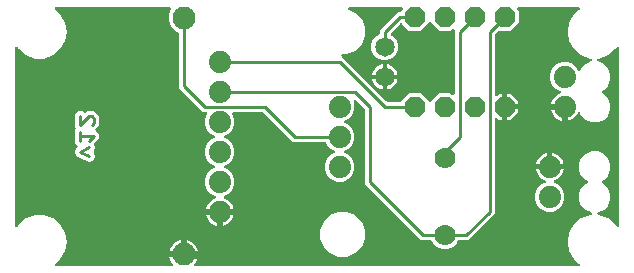
<source format=gbr>
G04 EAGLE Gerber RS-274X export*
G75*
%MOMM*%
%FSLAX34Y34*%
%LPD*%
%INBottom Copper*%
%IPPOS*%
%AMOC8*
5,1,8,0,0,1.08239X$1,22.5*%
G01*
%ADD10C,0.279400*%
%ADD11C,1.651000*%
%ADD12P,1.869504X8X22.500000*%
%ADD13C,1.879600*%
%ADD14C,1.778000*%
%ADD15C,1.950000*%
%ADD16C,0.254000*%

G36*
X137459Y4590D02*
X137459Y4590D01*
X137598Y4603D01*
X137617Y4610D01*
X137637Y4613D01*
X137766Y4664D01*
X137897Y4711D01*
X137914Y4722D01*
X137933Y4730D01*
X138045Y4811D01*
X138160Y4889D01*
X138173Y4905D01*
X138190Y4916D01*
X138279Y5024D01*
X138371Y5128D01*
X138380Y5146D01*
X138393Y5161D01*
X138452Y5287D01*
X138515Y5411D01*
X138520Y5431D01*
X138528Y5449D01*
X138554Y5585D01*
X138585Y5721D01*
X138584Y5742D01*
X138588Y5761D01*
X138579Y5900D01*
X138575Y6039D01*
X138570Y6059D01*
X138568Y6079D01*
X138525Y6211D01*
X138487Y6345D01*
X138476Y6362D01*
X138470Y6381D01*
X138396Y6499D01*
X138325Y6619D01*
X138307Y6640D01*
X138300Y6650D01*
X138285Y6664D01*
X138219Y6740D01*
X137945Y7013D01*
X136808Y8578D01*
X135930Y10302D01*
X135332Y12142D01*
X135278Y12481D01*
X146050Y12481D01*
X146168Y12496D01*
X146287Y12503D01*
X146325Y12516D01*
X146365Y12521D01*
X146476Y12564D01*
X146589Y12601D01*
X146623Y12623D01*
X146661Y12638D01*
X146757Y12708D01*
X146858Y12771D01*
X146886Y12801D01*
X146918Y12824D01*
X146994Y12916D01*
X147076Y13003D01*
X147095Y13038D01*
X147121Y13069D01*
X147172Y13177D01*
X147229Y13281D01*
X147240Y13321D01*
X147257Y13357D01*
X147279Y13474D01*
X147309Y13589D01*
X147313Y13650D01*
X147317Y13670D01*
X147315Y13690D01*
X147319Y13750D01*
X147319Y15021D01*
X147321Y15021D01*
X147321Y13750D01*
X147336Y13632D01*
X147343Y13513D01*
X147356Y13475D01*
X147361Y13434D01*
X147405Y13324D01*
X147441Y13211D01*
X147463Y13176D01*
X147478Y13139D01*
X147548Y13043D01*
X147611Y12942D01*
X147641Y12914D01*
X147665Y12881D01*
X147756Y12806D01*
X147843Y12724D01*
X147878Y12704D01*
X147910Y12679D01*
X148017Y12628D01*
X148122Y12570D01*
X148161Y12560D01*
X148197Y12543D01*
X148314Y12521D01*
X148429Y12491D01*
X148490Y12487D01*
X148510Y12483D01*
X148530Y12485D01*
X148590Y12481D01*
X159362Y12481D01*
X159308Y12142D01*
X158710Y10302D01*
X157832Y8578D01*
X156695Y7013D01*
X156421Y6740D01*
X156336Y6630D01*
X156247Y6523D01*
X156239Y6504D01*
X156226Y6488D01*
X156171Y6360D01*
X156112Y6235D01*
X156108Y6215D01*
X156100Y6196D01*
X156078Y6059D01*
X156052Y5922D01*
X156053Y5902D01*
X156050Y5882D01*
X156063Y5744D01*
X156072Y5605D01*
X156078Y5586D01*
X156080Y5566D01*
X156127Y5434D01*
X156170Y5303D01*
X156181Y5285D01*
X156187Y5266D01*
X156266Y5151D01*
X156340Y5034D01*
X156355Y5020D01*
X156366Y5003D01*
X156470Y4911D01*
X156572Y4816D01*
X156589Y4806D01*
X156604Y4793D01*
X156729Y4729D01*
X156850Y4662D01*
X156870Y4657D01*
X156888Y4648D01*
X157024Y4618D01*
X157158Y4583D01*
X157186Y4581D01*
X157198Y4578D01*
X157218Y4579D01*
X157319Y4573D01*
X481464Y4573D01*
X481499Y4577D01*
X481534Y4575D01*
X481656Y4597D01*
X481779Y4613D01*
X481812Y4626D01*
X481847Y4632D01*
X481960Y4684D01*
X482075Y4730D01*
X482104Y4750D01*
X482136Y4765D01*
X482232Y4844D01*
X482332Y4916D01*
X482355Y4944D01*
X482383Y4966D01*
X482456Y5066D01*
X482535Y5161D01*
X482550Y5193D01*
X482571Y5222D01*
X482618Y5337D01*
X482671Y5449D01*
X482677Y5484D01*
X482691Y5517D01*
X482707Y5640D01*
X482731Y5761D01*
X482728Y5797D01*
X482733Y5832D01*
X482719Y5955D01*
X482711Y6079D01*
X482700Y6113D01*
X482696Y6148D01*
X482651Y6264D01*
X482613Y6381D01*
X482594Y6411D01*
X482581Y6444D01*
X482509Y6545D01*
X482443Y6650D01*
X482417Y6674D01*
X482396Y6703D01*
X482280Y6814D01*
X477715Y10644D01*
X473729Y17549D01*
X472345Y25400D01*
X473729Y33251D01*
X477715Y40155D01*
X483822Y45280D01*
X491314Y48007D01*
X491807Y48007D01*
X491876Y48015D01*
X491946Y48014D01*
X492034Y48035D01*
X492123Y48047D01*
X492188Y48072D01*
X492255Y48089D01*
X492335Y48131D01*
X492418Y48164D01*
X492475Y48205D01*
X492536Y48237D01*
X492603Y48298D01*
X492676Y48350D01*
X492720Y48404D01*
X492772Y48451D01*
X492821Y48526D01*
X492878Y48595D01*
X492908Y48659D01*
X492947Y48717D01*
X492976Y48802D01*
X493014Y48883D01*
X493027Y48952D01*
X493050Y49018D01*
X493057Y49107D01*
X493074Y49195D01*
X493069Y49265D01*
X493075Y49335D01*
X493060Y49423D01*
X493054Y49513D01*
X493033Y49579D01*
X493021Y49648D01*
X492984Y49730D01*
X492956Y49815D01*
X492919Y49874D01*
X492890Y49938D01*
X492834Y50008D01*
X492786Y50084D01*
X492735Y50132D01*
X492691Y50186D01*
X492620Y50241D01*
X492554Y50302D01*
X492493Y50336D01*
X492437Y50378D01*
X492293Y50449D01*
X487818Y52302D01*
X484102Y56018D01*
X482091Y60873D01*
X482091Y66127D01*
X484102Y70982D01*
X487818Y74698D01*
X488613Y75027D01*
X488734Y75096D01*
X488857Y75161D01*
X488872Y75175D01*
X488890Y75185D01*
X488990Y75282D01*
X489092Y75375D01*
X489104Y75392D01*
X489118Y75406D01*
X489191Y75525D01*
X489267Y75641D01*
X489274Y75660D01*
X489284Y75677D01*
X489325Y75810D01*
X489370Y75942D01*
X489372Y75962D01*
X489378Y75981D01*
X489385Y76120D01*
X489396Y76259D01*
X489392Y76279D01*
X489393Y76299D01*
X489365Y76435D01*
X489341Y76572D01*
X489333Y76591D01*
X489329Y76610D01*
X489268Y76735D01*
X489211Y76862D01*
X489198Y76878D01*
X489189Y76896D01*
X489099Y77002D01*
X489012Y77110D01*
X488996Y77123D01*
X488983Y77138D01*
X488869Y77218D01*
X488758Y77302D01*
X488733Y77314D01*
X488723Y77321D01*
X488704Y77328D01*
X488613Y77373D01*
X487818Y77702D01*
X484102Y81418D01*
X482091Y86273D01*
X482091Y91527D01*
X484102Y96382D01*
X487818Y100098D01*
X492673Y102109D01*
X497927Y102109D01*
X502782Y100098D01*
X506498Y96382D01*
X508509Y91527D01*
X508509Y86273D01*
X506498Y81418D01*
X502782Y77702D01*
X501987Y77373D01*
X501866Y77304D01*
X501743Y77239D01*
X501728Y77225D01*
X501710Y77215D01*
X501610Y77118D01*
X501508Y77025D01*
X501496Y77008D01*
X501482Y76994D01*
X501409Y76875D01*
X501333Y76759D01*
X501326Y76740D01*
X501316Y76723D01*
X501275Y76590D01*
X501230Y76458D01*
X501228Y76438D01*
X501222Y76419D01*
X501215Y76280D01*
X501204Y76141D01*
X501208Y76121D01*
X501207Y76101D01*
X501235Y75965D01*
X501259Y75828D01*
X501267Y75810D01*
X501271Y75790D01*
X501332Y75664D01*
X501389Y75538D01*
X501402Y75522D01*
X501411Y75504D01*
X501502Y75398D01*
X501588Y75290D01*
X501604Y75277D01*
X501617Y75262D01*
X501732Y75181D01*
X501842Y75098D01*
X501867Y75086D01*
X501877Y75079D01*
X501897Y75072D01*
X501987Y75027D01*
X502782Y74698D01*
X506498Y70982D01*
X508509Y66127D01*
X508509Y60873D01*
X506498Y56018D01*
X502782Y52302D01*
X498307Y50449D01*
X498247Y50414D01*
X498182Y50388D01*
X498109Y50336D01*
X498031Y50291D01*
X497981Y50243D01*
X497924Y50202D01*
X497867Y50132D01*
X497803Y50070D01*
X497766Y50010D01*
X497722Y49957D01*
X497683Y49875D01*
X497636Y49799D01*
X497616Y49732D01*
X497586Y49669D01*
X497569Y49581D01*
X497543Y49495D01*
X497539Y49425D01*
X497526Y49356D01*
X497532Y49267D01*
X497528Y49177D01*
X497542Y49109D01*
X497546Y49039D01*
X497574Y48954D01*
X497592Y48866D01*
X497623Y48803D01*
X497644Y48737D01*
X497692Y48661D01*
X497732Y48580D01*
X497777Y48527D01*
X497814Y48468D01*
X497880Y48406D01*
X497938Y48338D01*
X497995Y48298D01*
X498046Y48250D01*
X498124Y48207D01*
X498198Y48155D01*
X498263Y48130D01*
X498324Y48096D01*
X498411Y48074D01*
X498495Y48042D01*
X498565Y48034D01*
X498632Y48017D01*
X498793Y48007D01*
X499286Y48007D01*
X506778Y45280D01*
X512885Y40156D01*
X513759Y38642D01*
X513847Y38526D01*
X513932Y38408D01*
X513943Y38399D01*
X513951Y38389D01*
X514065Y38298D01*
X514177Y38205D01*
X514190Y38199D01*
X514200Y38191D01*
X514334Y38131D01*
X514465Y38070D01*
X514478Y38067D01*
X514491Y38061D01*
X514635Y38037D01*
X514778Y38010D01*
X514791Y38011D01*
X514804Y38008D01*
X514950Y38021D01*
X515095Y38030D01*
X515108Y38034D01*
X515121Y38035D01*
X515259Y38083D01*
X515397Y38128D01*
X515409Y38135D01*
X515422Y38139D01*
X515543Y38220D01*
X515666Y38298D01*
X515675Y38308D01*
X515687Y38315D01*
X515784Y38423D01*
X515884Y38529D01*
X515891Y38541D01*
X515900Y38551D01*
X515967Y38680D01*
X516038Y38808D01*
X516041Y38821D01*
X516047Y38833D01*
X516081Y38975D01*
X516117Y39116D01*
X516118Y39134D01*
X516120Y39142D01*
X516120Y39160D01*
X516127Y39276D01*
X516127Y189324D01*
X516109Y189468D01*
X516094Y189613D01*
X516089Y189626D01*
X516087Y189639D01*
X516034Y189774D01*
X515983Y189911D01*
X515975Y189922D01*
X515970Y189935D01*
X515885Y190052D01*
X515802Y190172D01*
X515791Y190181D01*
X515784Y190192D01*
X515672Y190285D01*
X515561Y190380D01*
X515549Y190386D01*
X515539Y190395D01*
X515407Y190457D01*
X515276Y190522D01*
X515263Y190525D01*
X515251Y190530D01*
X515108Y190558D01*
X514965Y190588D01*
X514952Y190588D01*
X514939Y190590D01*
X514794Y190581D01*
X514648Y190575D01*
X514634Y190571D01*
X514621Y190570D01*
X514483Y190526D01*
X514343Y190484D01*
X514331Y190477D01*
X514319Y190472D01*
X514196Y190395D01*
X514071Y190319D01*
X514061Y190310D01*
X514050Y190302D01*
X513950Y190196D01*
X513848Y190092D01*
X513838Y190077D01*
X513832Y190071D01*
X513824Y190056D01*
X513759Y189958D01*
X512885Y188445D01*
X506778Y183320D01*
X499286Y180593D01*
X498793Y180593D01*
X498724Y180585D01*
X498654Y180586D01*
X498566Y180565D01*
X498477Y180553D01*
X498412Y180528D01*
X498345Y180511D01*
X498265Y180469D01*
X498182Y180436D01*
X498125Y180395D01*
X498064Y180363D01*
X497997Y180302D01*
X497924Y180250D01*
X497880Y180196D01*
X497828Y180149D01*
X497779Y180074D01*
X497722Y180005D01*
X497692Y179941D01*
X497653Y179883D01*
X497624Y179798D01*
X497586Y179717D01*
X497573Y179648D01*
X497550Y179582D01*
X497543Y179493D01*
X497526Y179405D01*
X497531Y179335D01*
X497525Y179265D01*
X497540Y179177D01*
X497546Y179087D01*
X497567Y179021D01*
X497579Y178952D01*
X497616Y178870D01*
X497644Y178785D01*
X497681Y178726D01*
X497710Y178662D01*
X497766Y178592D01*
X497814Y178516D01*
X497865Y178468D01*
X497909Y178414D01*
X497980Y178359D01*
X498046Y178298D01*
X498107Y178264D01*
X498163Y178222D01*
X498307Y178151D01*
X502782Y176298D01*
X506498Y172582D01*
X508509Y167727D01*
X508509Y162473D01*
X506498Y157618D01*
X502782Y153902D01*
X501987Y153573D01*
X501866Y153504D01*
X501743Y153439D01*
X501728Y153425D01*
X501710Y153415D01*
X501610Y153318D01*
X501508Y153225D01*
X501496Y153208D01*
X501482Y153194D01*
X501409Y153075D01*
X501333Y152959D01*
X501326Y152940D01*
X501316Y152923D01*
X501275Y152790D01*
X501230Y152658D01*
X501228Y152638D01*
X501222Y152619D01*
X501215Y152480D01*
X501204Y152341D01*
X501208Y152321D01*
X501207Y152301D01*
X501235Y152165D01*
X501259Y152028D01*
X501267Y152009D01*
X501271Y151990D01*
X501332Y151865D01*
X501389Y151738D01*
X501402Y151722D01*
X501411Y151704D01*
X501501Y151598D01*
X501588Y151490D01*
X501604Y151477D01*
X501617Y151462D01*
X501731Y151382D01*
X501842Y151298D01*
X501867Y151286D01*
X501877Y151279D01*
X501896Y151272D01*
X501987Y151227D01*
X502782Y150898D01*
X506498Y147182D01*
X508509Y142327D01*
X508509Y137073D01*
X506498Y132218D01*
X502782Y128502D01*
X497927Y126491D01*
X492673Y126491D01*
X487818Y128502D01*
X484102Y132218D01*
X483086Y134671D01*
X483042Y134748D01*
X483006Y134831D01*
X482963Y134886D01*
X482929Y134947D01*
X482866Y135011D01*
X482812Y135082D01*
X482756Y135125D01*
X482707Y135175D01*
X482631Y135222D01*
X482560Y135277D01*
X482496Y135305D01*
X482436Y135342D01*
X482351Y135368D01*
X482269Y135403D01*
X482199Y135415D01*
X482132Y135435D01*
X482043Y135439D01*
X481955Y135453D01*
X481885Y135447D01*
X481815Y135450D01*
X481727Y135432D01*
X481638Y135424D01*
X481572Y135400D01*
X481503Y135386D01*
X481423Y135347D01*
X481339Y135316D01*
X481281Y135277D01*
X481218Y135246D01*
X481149Y135188D01*
X481075Y135138D01*
X481029Y135085D01*
X480976Y135040D01*
X480924Y134967D01*
X480865Y134900D01*
X480801Y134792D01*
X480792Y134780D01*
X480790Y134773D01*
X480783Y134761D01*
X480111Y133443D01*
X479006Y131922D01*
X477678Y130594D01*
X476157Y129489D01*
X474483Y128636D01*
X472696Y128055D01*
X472439Y128015D01*
X472439Y138430D01*
X472424Y138548D01*
X472417Y138667D01*
X472404Y138705D01*
X472399Y138745D01*
X472356Y138856D01*
X472319Y138969D01*
X472297Y139003D01*
X472282Y139041D01*
X472212Y139137D01*
X472149Y139238D01*
X472119Y139266D01*
X472095Y139298D01*
X472004Y139374D01*
X471917Y139456D01*
X471882Y139475D01*
X471851Y139501D01*
X471743Y139552D01*
X471639Y139609D01*
X471599Y139620D01*
X471563Y139637D01*
X471446Y139659D01*
X471331Y139689D01*
X471270Y139693D01*
X471250Y139697D01*
X471230Y139695D01*
X471170Y139699D01*
X469899Y139699D01*
X469899Y140970D01*
X469884Y141088D01*
X469877Y141207D01*
X469864Y141245D01*
X469859Y141285D01*
X469815Y141396D01*
X469779Y141509D01*
X469757Y141544D01*
X469742Y141581D01*
X469672Y141677D01*
X469609Y141778D01*
X469579Y141806D01*
X469555Y141839D01*
X469464Y141914D01*
X469377Y141996D01*
X469342Y142016D01*
X469310Y142041D01*
X469203Y142092D01*
X469098Y142150D01*
X469059Y142160D01*
X469023Y142177D01*
X468906Y142199D01*
X468791Y142229D01*
X468730Y142233D01*
X468710Y142237D01*
X468690Y142235D01*
X468630Y142239D01*
X458215Y142239D01*
X458255Y142496D01*
X458836Y144283D01*
X459689Y145957D01*
X460794Y147478D01*
X462122Y148806D01*
X463643Y149911D01*
X465317Y150764D01*
X465782Y150915D01*
X465809Y150928D01*
X465838Y150935D01*
X465952Y150995D01*
X466070Y151050D01*
X466093Y151069D01*
X466119Y151083D01*
X466215Y151170D01*
X466315Y151253D01*
X466332Y151277D01*
X466354Y151297D01*
X466426Y151406D01*
X466502Y151510D01*
X466513Y151538D01*
X466529Y151563D01*
X466571Y151686D01*
X466619Y151806D01*
X466623Y151836D01*
X466632Y151864D01*
X466643Y151993D01*
X466659Y152121D01*
X466655Y152151D01*
X466658Y152181D01*
X466635Y152309D01*
X466619Y152437D01*
X466608Y152465D01*
X466603Y152494D01*
X466550Y152612D01*
X466502Y152733D01*
X466485Y152757D01*
X466473Y152784D01*
X466392Y152885D01*
X466316Y152990D01*
X466293Y153009D01*
X466274Y153033D01*
X466170Y153111D01*
X466071Y153193D01*
X466044Y153206D01*
X466020Y153224D01*
X465875Y153295D01*
X462850Y154548D01*
X459348Y158050D01*
X457453Y162624D01*
X457453Y167576D01*
X459348Y172150D01*
X462850Y175652D01*
X467424Y177547D01*
X472376Y177547D01*
X476950Y175652D01*
X480452Y172150D01*
X481015Y170791D01*
X481084Y170670D01*
X481149Y170547D01*
X481163Y170532D01*
X481173Y170515D01*
X481269Y170415D01*
X481363Y170312D01*
X481380Y170301D01*
X481394Y170286D01*
X481512Y170214D01*
X481629Y170137D01*
X481648Y170131D01*
X481665Y170120D01*
X481798Y170079D01*
X481929Y170034D01*
X481950Y170032D01*
X481969Y170026D01*
X482108Y170020D01*
X482246Y170009D01*
X482266Y170012D01*
X482287Y170011D01*
X482423Y170039D01*
X482560Y170063D01*
X482578Y170071D01*
X482598Y170076D01*
X482723Y170137D01*
X482850Y170194D01*
X482865Y170206D01*
X482884Y170215D01*
X482989Y170305D01*
X483098Y170392D01*
X483110Y170409D01*
X483126Y170422D01*
X483206Y170535D01*
X483289Y170646D01*
X483302Y170672D01*
X483309Y170682D01*
X483316Y170701D01*
X483360Y170791D01*
X484102Y172582D01*
X487818Y176298D01*
X492293Y178151D01*
X492353Y178186D01*
X492418Y178212D01*
X492491Y178264D01*
X492569Y178309D01*
X492619Y178357D01*
X492676Y178398D01*
X492733Y178468D01*
X492797Y178530D01*
X492834Y178590D01*
X492878Y178643D01*
X492917Y178725D01*
X492964Y178801D01*
X492984Y178868D01*
X493014Y178931D01*
X493031Y179019D01*
X493057Y179105D01*
X493061Y179175D01*
X493074Y179244D01*
X493068Y179333D01*
X493072Y179423D01*
X493058Y179491D01*
X493054Y179561D01*
X493026Y179646D01*
X493008Y179734D01*
X492977Y179797D01*
X492956Y179863D01*
X492908Y179939D01*
X492868Y180020D01*
X492823Y180073D01*
X492786Y180132D01*
X492720Y180194D01*
X492662Y180262D01*
X492605Y180302D01*
X492554Y180350D01*
X492476Y180393D01*
X492402Y180445D01*
X492337Y180470D01*
X492276Y180504D01*
X492189Y180526D01*
X492105Y180558D01*
X492035Y180566D01*
X491968Y180583D01*
X491807Y180593D01*
X491314Y180593D01*
X483822Y183320D01*
X477715Y188444D01*
X473729Y195349D01*
X472345Y203200D01*
X473729Y211051D01*
X477715Y217955D01*
X482280Y221786D01*
X482304Y221812D01*
X482332Y221832D01*
X482412Y221928D01*
X482496Y222019D01*
X482513Y222050D01*
X482535Y222077D01*
X482588Y222190D01*
X482647Y222299D01*
X482656Y222333D01*
X482671Y222365D01*
X482694Y222487D01*
X482724Y222607D01*
X482724Y222643D01*
X482731Y222678D01*
X482723Y222801D01*
X482722Y222925D01*
X482713Y222960D01*
X482711Y222995D01*
X482673Y223113D01*
X482641Y223233D01*
X482624Y223264D01*
X482613Y223297D01*
X482547Y223402D01*
X482486Y223511D01*
X482462Y223536D01*
X482443Y223566D01*
X482352Y223651D01*
X482267Y223741D01*
X482237Y223760D01*
X482211Y223784D01*
X482102Y223844D01*
X481997Y223910D01*
X481963Y223921D01*
X481933Y223938D01*
X481813Y223969D01*
X481694Y224006D01*
X481659Y224008D01*
X481625Y224017D01*
X481464Y224027D01*
X430562Y224027D01*
X430424Y224010D01*
X430285Y223997D01*
X430266Y223990D01*
X430246Y223987D01*
X430117Y223936D01*
X429986Y223889D01*
X429969Y223878D01*
X429950Y223870D01*
X429838Y223789D01*
X429723Y223711D01*
X429709Y223695D01*
X429693Y223684D01*
X429604Y223576D01*
X429512Y223472D01*
X429503Y223454D01*
X429490Y223439D01*
X429431Y223313D01*
X429368Y223189D01*
X429363Y223169D01*
X429355Y223151D01*
X429329Y223014D01*
X429298Y222879D01*
X429299Y222858D01*
X429295Y222839D01*
X429304Y222700D01*
X429308Y222561D01*
X429313Y222541D01*
X429315Y222521D01*
X429357Y222389D01*
X429396Y222255D01*
X429407Y222238D01*
X429413Y222219D01*
X429487Y222101D01*
X429558Y221981D01*
X429576Y221960D01*
X429583Y221950D01*
X429598Y221936D01*
X429664Y221861D01*
X430785Y220740D01*
X430785Y211060D01*
X423940Y204215D01*
X414049Y204215D01*
X413950Y204203D01*
X413851Y204200D01*
X413793Y204183D01*
X413733Y204175D01*
X413641Y204139D01*
X413546Y204111D01*
X413494Y204081D01*
X413437Y204058D01*
X413357Y204000D01*
X413272Y203950D01*
X413197Y203884D01*
X413180Y203872D01*
X413172Y203862D01*
X413151Y203844D01*
X411090Y201783D01*
X411030Y201705D01*
X410962Y201632D01*
X410933Y201579D01*
X410896Y201532D01*
X410856Y201441D01*
X410808Y201354D01*
X410793Y201295D01*
X410769Y201240D01*
X410754Y201142D01*
X410729Y201046D01*
X410723Y200946D01*
X410719Y200926D01*
X410721Y200913D01*
X410719Y200885D01*
X410719Y150189D01*
X410736Y150052D01*
X410749Y149913D01*
X410756Y149894D01*
X410759Y149874D01*
X410810Y149745D01*
X410857Y149614D01*
X410868Y149597D01*
X410876Y149578D01*
X410957Y149466D01*
X411035Y149350D01*
X411051Y149337D01*
X411062Y149321D01*
X411170Y149232D01*
X411274Y149140D01*
X411292Y149131D01*
X411307Y149118D01*
X411433Y149059D01*
X411557Y148995D01*
X411577Y148991D01*
X411595Y148982D01*
X411732Y148956D01*
X411867Y148926D01*
X411888Y148926D01*
X411907Y148923D01*
X412046Y148931D01*
X412185Y148935D01*
X412205Y148941D01*
X412225Y148942D01*
X412357Y148985D01*
X412491Y149024D01*
X412508Y149034D01*
X412527Y149040D01*
X412645Y149115D01*
X412765Y149185D01*
X412786Y149204D01*
X412796Y149210D01*
X412810Y149225D01*
X412885Y149292D01*
X414470Y150877D01*
X417069Y150877D01*
X417069Y140462D01*
X417084Y140344D01*
X417091Y140225D01*
X417103Y140187D01*
X417109Y140147D01*
X417152Y140036D01*
X417189Y139923D01*
X417211Y139889D01*
X417226Y139851D01*
X417295Y139755D01*
X417328Y139703D01*
X417312Y139685D01*
X417292Y139650D01*
X417267Y139618D01*
X417216Y139511D01*
X417158Y139406D01*
X417148Y139367D01*
X417131Y139331D01*
X417109Y139214D01*
X417079Y139098D01*
X417075Y139038D01*
X417071Y139018D01*
X417073Y138998D01*
X417069Y138938D01*
X417069Y128523D01*
X414470Y128523D01*
X412885Y130108D01*
X412776Y130194D01*
X412669Y130282D01*
X412650Y130291D01*
X412634Y130303D01*
X412506Y130359D01*
X412381Y130418D01*
X412361Y130421D01*
X412342Y130430D01*
X412204Y130451D01*
X412068Y130477D01*
X412048Y130476D01*
X412028Y130479D01*
X411889Y130466D01*
X411751Y130458D01*
X411732Y130451D01*
X411712Y130450D01*
X411580Y130402D01*
X411449Y130360D01*
X411431Y130349D01*
X411412Y130342D01*
X411297Y130264D01*
X411180Y130190D01*
X411166Y130175D01*
X411149Y130163D01*
X411057Y130059D01*
X410962Y129958D01*
X410952Y129940D01*
X410939Y129925D01*
X410875Y129801D01*
X410808Y129679D01*
X410803Y129660D01*
X410794Y129642D01*
X410764Y129506D01*
X410729Y129371D01*
X410727Y129343D01*
X410724Y129331D01*
X410725Y129311D01*
X410719Y129211D01*
X410719Y49011D01*
X388389Y26681D01*
X380282Y26681D01*
X380252Y26678D01*
X380223Y26680D01*
X380095Y26658D01*
X379966Y26641D01*
X379939Y26631D01*
X379910Y26626D01*
X379791Y26572D01*
X379670Y26524D01*
X379647Y26507D01*
X379620Y26495D01*
X379518Y26414D01*
X379413Y26338D01*
X379394Y26315D01*
X379371Y26296D01*
X379293Y26193D01*
X379210Y26093D01*
X379198Y26066D01*
X379180Y26042D01*
X379109Y25898D01*
X378421Y24237D01*
X375063Y20879D01*
X370675Y19061D01*
X365925Y19061D01*
X361537Y20879D01*
X358179Y24237D01*
X357491Y25898D01*
X357476Y25923D01*
X357467Y25951D01*
X357398Y26061D01*
X357333Y26174D01*
X357313Y26195D01*
X357297Y26220D01*
X357202Y26309D01*
X357112Y26402D01*
X357087Y26418D01*
X357066Y26438D01*
X356952Y26501D01*
X356841Y26569D01*
X356813Y26577D01*
X356787Y26592D01*
X356661Y26624D01*
X356537Y26662D01*
X356508Y26664D01*
X356479Y26671D01*
X356318Y26681D01*
X348211Y26681D01*
X300481Y74411D01*
X300481Y137385D01*
X300469Y137484D01*
X300466Y137583D01*
X300449Y137641D01*
X300441Y137701D01*
X300405Y137793D01*
X300377Y137888D01*
X300347Y137940D01*
X300324Y137997D01*
X300266Y138077D01*
X300216Y138162D01*
X300150Y138237D01*
X300138Y138254D01*
X300128Y138262D01*
X300110Y138283D01*
X293269Y145124D01*
X293214Y145166D01*
X293165Y145217D01*
X293089Y145263D01*
X293018Y145319D01*
X292953Y145346D01*
X292894Y145383D01*
X292808Y145409D01*
X292726Y145445D01*
X292657Y145456D01*
X292590Y145476D01*
X292501Y145481D01*
X292412Y145495D01*
X292342Y145488D01*
X292272Y145491D01*
X292185Y145473D01*
X292095Y145465D01*
X292029Y145441D01*
X291961Y145427D01*
X291880Y145388D01*
X291796Y145357D01*
X291738Y145318D01*
X291675Y145287D01*
X291607Y145229D01*
X291533Y145179D01*
X291486Y145126D01*
X291433Y145081D01*
X291382Y145008D01*
X291322Y144940D01*
X291290Y144878D01*
X291250Y144821D01*
X291218Y144737D01*
X291177Y144657D01*
X291162Y144589D01*
X291137Y144524D01*
X291127Y144434D01*
X291108Y144347D01*
X291110Y144277D01*
X291102Y144208D01*
X291115Y144119D01*
X291117Y144029D01*
X291137Y143962D01*
X291147Y143893D01*
X291199Y143740D01*
X291847Y142176D01*
X291847Y137224D01*
X289952Y132650D01*
X286450Y129148D01*
X284095Y128173D01*
X283975Y128104D01*
X283852Y128039D01*
X283837Y128025D01*
X283819Y128015D01*
X283719Y127918D01*
X283616Y127825D01*
X283605Y127808D01*
X283591Y127794D01*
X283518Y127676D01*
X283442Y127559D01*
X283435Y127540D01*
X283424Y127523D01*
X283384Y127390D01*
X283338Y127258D01*
X283337Y127238D01*
X283331Y127219D01*
X283324Y127080D01*
X283313Y126941D01*
X283317Y126921D01*
X283316Y126901D01*
X283344Y126764D01*
X283368Y126628D01*
X283376Y126609D01*
X283380Y126590D01*
X283441Y126464D01*
X283498Y126338D01*
X283511Y126322D01*
X283520Y126304D01*
X283610Y126198D01*
X283697Y126090D01*
X283713Y126077D01*
X283726Y126062D01*
X283840Y125982D01*
X283951Y125898D01*
X283976Y125886D01*
X283986Y125879D01*
X284005Y125872D01*
X284095Y125827D01*
X286450Y124852D01*
X289952Y121350D01*
X291847Y116776D01*
X291847Y111824D01*
X289952Y107250D01*
X286450Y103748D01*
X284095Y102773D01*
X283975Y102704D01*
X283852Y102639D01*
X283837Y102625D01*
X283819Y102615D01*
X283719Y102518D01*
X283616Y102425D01*
X283605Y102408D01*
X283591Y102394D01*
X283518Y102276D01*
X283442Y102159D01*
X283435Y102140D01*
X283424Y102123D01*
X283384Y101990D01*
X283338Y101858D01*
X283337Y101838D01*
X283331Y101819D01*
X283324Y101680D01*
X283313Y101541D01*
X283317Y101521D01*
X283316Y101501D01*
X283344Y101365D01*
X283368Y101228D01*
X283376Y101209D01*
X283380Y101190D01*
X283441Y101065D01*
X283498Y100938D01*
X283511Y100922D01*
X283520Y100904D01*
X283610Y100798D01*
X283697Y100690D01*
X283713Y100677D01*
X283726Y100662D01*
X283840Y100582D01*
X283951Y100498D01*
X283976Y100486D01*
X283986Y100479D01*
X284005Y100472D01*
X284095Y100427D01*
X286450Y99452D01*
X289952Y95950D01*
X291847Y91376D01*
X291847Y86424D01*
X289952Y81850D01*
X286450Y78348D01*
X281876Y76453D01*
X276924Y76453D01*
X272350Y78348D01*
X268848Y81850D01*
X266953Y86424D01*
X266953Y91376D01*
X268848Y95950D01*
X272350Y99452D01*
X274705Y100427D01*
X274825Y100496D01*
X274948Y100561D01*
X274963Y100575D01*
X274981Y100585D01*
X275081Y100682D01*
X275184Y100775D01*
X275195Y100792D01*
X275209Y100806D01*
X275282Y100925D01*
X275358Y101041D01*
X275365Y101060D01*
X275376Y101077D01*
X275416Y101210D01*
X275462Y101342D01*
X275463Y101362D01*
X275469Y101381D01*
X275476Y101520D01*
X275487Y101659D01*
X275483Y101679D01*
X275484Y101699D01*
X275456Y101835D01*
X275432Y101972D01*
X275424Y101991D01*
X275420Y102010D01*
X275359Y102136D01*
X275302Y102262D01*
X275289Y102278D01*
X275280Y102296D01*
X275190Y102402D01*
X275103Y102510D01*
X275087Y102523D01*
X275074Y102538D01*
X274960Y102618D01*
X274849Y102702D01*
X274824Y102714D01*
X274814Y102721D01*
X274795Y102728D01*
X274705Y102773D01*
X272350Y103748D01*
X268848Y107250D01*
X268041Y109198D01*
X268027Y109223D01*
X268017Y109251D01*
X267948Y109361D01*
X267884Y109474D01*
X267863Y109495D01*
X267847Y109520D01*
X267753Y109609D01*
X267662Y109702D01*
X267637Y109718D01*
X267616Y109738D01*
X267502Y109801D01*
X267391Y109869D01*
X267363Y109877D01*
X267337Y109892D01*
X267211Y109924D01*
X267087Y109962D01*
X267058Y109964D01*
X267029Y109971D01*
X266869Y109981D01*
X239511Y109981D01*
X214483Y135010D01*
X214405Y135070D01*
X214332Y135138D01*
X214279Y135167D01*
X214232Y135204D01*
X214141Y135244D01*
X214054Y135292D01*
X213995Y135307D01*
X213940Y135331D01*
X213842Y135346D01*
X213746Y135371D01*
X213646Y135377D01*
X213626Y135381D01*
X213613Y135379D01*
X213585Y135381D01*
X189700Y135381D01*
X189651Y135375D01*
X189601Y135377D01*
X189494Y135355D01*
X189385Y135341D01*
X189339Y135323D01*
X189290Y135313D01*
X189191Y135265D01*
X189089Y135224D01*
X189049Y135195D01*
X189004Y135173D01*
X188920Y135102D01*
X188832Y135038D01*
X188800Y134999D01*
X188762Y134967D01*
X188699Y134877D01*
X188629Y134793D01*
X188608Y134748D01*
X188579Y134707D01*
X188540Y134604D01*
X188493Y134505D01*
X188484Y134456D01*
X188466Y134410D01*
X188454Y134300D01*
X188433Y134193D01*
X188437Y134143D01*
X188431Y134094D01*
X188446Y133985D01*
X188453Y133875D01*
X188469Y133828D01*
X188475Y133779D01*
X188528Y133626D01*
X190247Y129476D01*
X190247Y124524D01*
X188352Y119950D01*
X184850Y116448D01*
X182495Y115473D01*
X182375Y115404D01*
X182252Y115339D01*
X182237Y115325D01*
X182219Y115315D01*
X182119Y115218D01*
X182016Y115125D01*
X182005Y115108D01*
X181991Y115094D01*
X181918Y114976D01*
X181842Y114859D01*
X181835Y114840D01*
X181824Y114823D01*
X181784Y114690D01*
X181738Y114558D01*
X181737Y114538D01*
X181731Y114519D01*
X181724Y114380D01*
X181713Y114241D01*
X181717Y114221D01*
X181716Y114201D01*
X181744Y114065D01*
X181768Y113928D01*
X181776Y113909D01*
X181780Y113890D01*
X181841Y113765D01*
X181898Y113638D01*
X181911Y113622D01*
X181920Y113604D01*
X182010Y113498D01*
X182097Y113390D01*
X182113Y113377D01*
X182126Y113362D01*
X182240Y113282D01*
X182351Y113198D01*
X182376Y113186D01*
X182386Y113179D01*
X182405Y113172D01*
X182495Y113127D01*
X184850Y112152D01*
X188352Y108650D01*
X190247Y104076D01*
X190247Y99124D01*
X188352Y94550D01*
X184850Y91048D01*
X182495Y90073D01*
X182375Y90004D01*
X182252Y89939D01*
X182237Y89925D01*
X182219Y89915D01*
X182119Y89818D01*
X182016Y89725D01*
X182005Y89708D01*
X181991Y89694D01*
X181918Y89576D01*
X181842Y89459D01*
X181835Y89440D01*
X181824Y89423D01*
X181784Y89290D01*
X181738Y89158D01*
X181737Y89138D01*
X181731Y89119D01*
X181724Y88980D01*
X181713Y88841D01*
X181717Y88821D01*
X181716Y88801D01*
X181744Y88665D01*
X181768Y88528D01*
X181776Y88509D01*
X181780Y88490D01*
X181841Y88364D01*
X181898Y88238D01*
X181911Y88222D01*
X181920Y88204D01*
X182010Y88098D01*
X182097Y87990D01*
X182113Y87977D01*
X182126Y87962D01*
X182240Y87882D01*
X182351Y87798D01*
X182376Y87786D01*
X182386Y87779D01*
X182405Y87772D01*
X182495Y87727D01*
X184850Y86752D01*
X188352Y83250D01*
X190247Y78676D01*
X190247Y73724D01*
X188352Y69150D01*
X184850Y65648D01*
X181825Y64395D01*
X181799Y64380D01*
X181770Y64371D01*
X181661Y64301D01*
X181548Y64237D01*
X181527Y64216D01*
X181502Y64200D01*
X181413Y64106D01*
X181320Y64016D01*
X181304Y63990D01*
X181284Y63969D01*
X181221Y63855D01*
X181154Y63745D01*
X181145Y63716D01*
X181131Y63690D01*
X181098Y63565D01*
X181060Y63441D01*
X181059Y63411D01*
X181051Y63382D01*
X181051Y63252D01*
X181045Y63123D01*
X181051Y63094D01*
X181051Y63064D01*
X181083Y62939D01*
X181109Y62812D01*
X181122Y62785D01*
X181130Y62756D01*
X181192Y62643D01*
X181249Y62526D01*
X181268Y62503D01*
X181283Y62477D01*
X181371Y62383D01*
X181455Y62284D01*
X181480Y62267D01*
X181500Y62245D01*
X181609Y62176D01*
X181715Y62101D01*
X181743Y62090D01*
X181769Y62074D01*
X181918Y62015D01*
X182383Y61864D01*
X184057Y61011D01*
X185578Y59906D01*
X186906Y58578D01*
X188011Y57057D01*
X188864Y55383D01*
X189445Y53596D01*
X189485Y53339D01*
X179070Y53339D01*
X178952Y53324D01*
X178833Y53317D01*
X178795Y53304D01*
X178755Y53299D01*
X178644Y53256D01*
X178531Y53219D01*
X178497Y53197D01*
X178459Y53182D01*
X178363Y53112D01*
X178262Y53049D01*
X178234Y53019D01*
X178202Y52995D01*
X178126Y52904D01*
X178044Y52817D01*
X178025Y52782D01*
X177999Y52751D01*
X177948Y52643D01*
X177891Y52539D01*
X177880Y52499D01*
X177863Y52463D01*
X177841Y52346D01*
X177811Y52231D01*
X177807Y52170D01*
X177803Y52150D01*
X177805Y52130D01*
X177801Y52070D01*
X177801Y50799D01*
X177799Y50799D01*
X177799Y52070D01*
X177784Y52188D01*
X177777Y52307D01*
X177764Y52345D01*
X177759Y52385D01*
X177715Y52496D01*
X177679Y52609D01*
X177657Y52644D01*
X177642Y52681D01*
X177572Y52777D01*
X177509Y52878D01*
X177479Y52906D01*
X177455Y52939D01*
X177364Y53014D01*
X177277Y53096D01*
X177242Y53116D01*
X177210Y53141D01*
X177103Y53192D01*
X176998Y53250D01*
X176959Y53260D01*
X176923Y53277D01*
X176806Y53299D01*
X176691Y53329D01*
X176630Y53333D01*
X176610Y53337D01*
X176590Y53335D01*
X176530Y53339D01*
X166115Y53339D01*
X166155Y53596D01*
X166736Y55383D01*
X167589Y57057D01*
X168694Y58578D01*
X170022Y59906D01*
X171543Y61011D01*
X173217Y61864D01*
X173682Y62015D01*
X173709Y62028D01*
X173738Y62035D01*
X173852Y62095D01*
X173970Y62150D01*
X173993Y62169D01*
X174019Y62183D01*
X174115Y62270D01*
X174215Y62353D01*
X174232Y62377D01*
X174254Y62397D01*
X174326Y62506D01*
X174402Y62610D01*
X174413Y62638D01*
X174429Y62663D01*
X174471Y62786D01*
X174519Y62906D01*
X174523Y62936D01*
X174532Y62964D01*
X174543Y63093D01*
X174559Y63221D01*
X174555Y63251D01*
X174558Y63281D01*
X174535Y63409D01*
X174519Y63537D01*
X174508Y63565D01*
X174503Y63594D01*
X174450Y63712D01*
X174402Y63833D01*
X174385Y63857D01*
X174373Y63884D01*
X174292Y63985D01*
X174216Y64090D01*
X174193Y64109D01*
X174174Y64133D01*
X174070Y64211D01*
X173971Y64293D01*
X173944Y64306D01*
X173920Y64324D01*
X173775Y64395D01*
X170750Y65648D01*
X167248Y69150D01*
X165353Y73724D01*
X165353Y78676D01*
X167248Y83250D01*
X170750Y86752D01*
X173105Y87727D01*
X173225Y87796D01*
X173348Y87861D01*
X173363Y87875D01*
X173381Y87885D01*
X173481Y87982D01*
X173584Y88075D01*
X173595Y88092D01*
X173609Y88106D01*
X173682Y88225D01*
X173758Y88341D01*
X173765Y88360D01*
X173776Y88377D01*
X173816Y88510D01*
X173862Y88642D01*
X173863Y88662D01*
X173869Y88681D01*
X173876Y88820D01*
X173887Y88959D01*
X173883Y88979D01*
X173884Y88999D01*
X173856Y89135D01*
X173832Y89272D01*
X173824Y89291D01*
X173820Y89310D01*
X173759Y89436D01*
X173702Y89562D01*
X173689Y89578D01*
X173680Y89596D01*
X173590Y89702D01*
X173503Y89810D01*
X173487Y89823D01*
X173474Y89838D01*
X173360Y89918D01*
X173249Y90002D01*
X173224Y90014D01*
X173214Y90021D01*
X173195Y90028D01*
X173105Y90073D01*
X170750Y91048D01*
X167248Y94550D01*
X165353Y99124D01*
X165353Y104076D01*
X167248Y108650D01*
X170750Y112152D01*
X173105Y113127D01*
X173225Y113196D01*
X173348Y113261D01*
X173363Y113275D01*
X173381Y113285D01*
X173481Y113382D01*
X173584Y113475D01*
X173595Y113492D01*
X173609Y113506D01*
X173682Y113625D01*
X173758Y113741D01*
X173765Y113760D01*
X173776Y113777D01*
X173816Y113910D01*
X173862Y114042D01*
X173863Y114062D01*
X173869Y114081D01*
X173876Y114220D01*
X173887Y114359D01*
X173883Y114379D01*
X173884Y114399D01*
X173856Y114535D01*
X173832Y114672D01*
X173824Y114691D01*
X173820Y114710D01*
X173759Y114836D01*
X173702Y114962D01*
X173689Y114978D01*
X173680Y114996D01*
X173590Y115102D01*
X173503Y115210D01*
X173487Y115223D01*
X173474Y115238D01*
X173360Y115318D01*
X173249Y115402D01*
X173224Y115414D01*
X173214Y115421D01*
X173195Y115428D01*
X173105Y115473D01*
X170750Y116448D01*
X167248Y119950D01*
X165353Y124524D01*
X165353Y129476D01*
X167072Y133626D01*
X167086Y133674D01*
X167107Y133719D01*
X167127Y133827D01*
X167156Y133933D01*
X167157Y133983D01*
X167167Y134032D01*
X167160Y134141D01*
X167161Y134251D01*
X167150Y134299D01*
X167147Y134349D01*
X167113Y134453D01*
X167087Y134560D01*
X167064Y134604D01*
X167049Y134651D01*
X166990Y134744D01*
X166939Y134841D01*
X166905Y134878D01*
X166879Y134920D01*
X166798Y134995D01*
X166725Y135077D01*
X166683Y135104D01*
X166647Y135138D01*
X166551Y135191D01*
X166459Y135251D01*
X166412Y135268D01*
X166368Y135292D01*
X166262Y135319D01*
X166158Y135355D01*
X166109Y135359D01*
X166061Y135371D01*
X165900Y135381D01*
X163311Y135381D01*
X143001Y155691D01*
X143001Y202108D01*
X142998Y202137D01*
X143000Y202166D01*
X142978Y202294D01*
X142961Y202423D01*
X142951Y202450D01*
X142946Y202480D01*
X142892Y202598D01*
X142844Y202719D01*
X142827Y202743D01*
X142815Y202770D01*
X142734Y202871D01*
X142658Y202976D01*
X142635Y202995D01*
X142616Y203018D01*
X142513Y203096D01*
X142413Y203179D01*
X142386Y203192D01*
X142362Y203209D01*
X142218Y203280D01*
X140070Y204170D01*
X136470Y207770D01*
X134521Y212474D01*
X134521Y217566D01*
X136471Y222272D01*
X136484Y222320D01*
X136505Y222365D01*
X136526Y222473D01*
X136555Y222579D01*
X136555Y222629D01*
X136565Y222678D01*
X136558Y222787D01*
X136560Y222897D01*
X136548Y222945D01*
X136545Y222995D01*
X136511Y223099D01*
X136486Y223206D01*
X136462Y223250D01*
X136447Y223297D01*
X136388Y223390D01*
X136337Y223487D01*
X136303Y223524D01*
X136277Y223566D01*
X136197Y223641D01*
X136123Y223723D01*
X136081Y223750D01*
X136045Y223784D01*
X135949Y223837D01*
X135857Y223897D01*
X135810Y223914D01*
X135767Y223938D01*
X135660Y223965D01*
X135556Y224001D01*
X135507Y224005D01*
X135459Y224017D01*
X135298Y224027D01*
X39236Y224027D01*
X39201Y224023D01*
X39166Y224025D01*
X39044Y224003D01*
X38921Y223987D01*
X38888Y223974D01*
X38853Y223968D01*
X38740Y223916D01*
X38625Y223870D01*
X38596Y223850D01*
X38564Y223835D01*
X38468Y223756D01*
X38368Y223684D01*
X38345Y223656D01*
X38318Y223634D01*
X38244Y223534D01*
X38165Y223439D01*
X38150Y223407D01*
X38129Y223378D01*
X38082Y223263D01*
X38029Y223151D01*
X38023Y223116D01*
X38009Y223083D01*
X37993Y222960D01*
X37969Y222839D01*
X37972Y222803D01*
X37967Y222768D01*
X37981Y222645D01*
X37989Y222521D01*
X38000Y222487D01*
X38004Y222452D01*
X38049Y222337D01*
X38087Y222219D01*
X38106Y222189D01*
X38119Y222156D01*
X38191Y222055D01*
X38257Y221950D01*
X38283Y221926D01*
X38304Y221897D01*
X38420Y221786D01*
X42985Y217956D01*
X46971Y211051D01*
X48355Y203200D01*
X46971Y195349D01*
X42985Y188445D01*
X36878Y183320D01*
X29386Y180593D01*
X21414Y180593D01*
X13922Y183320D01*
X7815Y188444D01*
X6941Y189958D01*
X6853Y190074D01*
X6768Y190192D01*
X6757Y190201D01*
X6749Y190211D01*
X6635Y190302D01*
X6523Y190395D01*
X6510Y190401D01*
X6500Y190409D01*
X6366Y190469D01*
X6235Y190530D01*
X6222Y190533D01*
X6209Y190539D01*
X6065Y190563D01*
X5922Y190590D01*
X5909Y190589D01*
X5896Y190592D01*
X5750Y190579D01*
X5605Y190570D01*
X5592Y190566D01*
X5579Y190565D01*
X5441Y190517D01*
X5303Y190472D01*
X5291Y190465D01*
X5278Y190461D01*
X5157Y190380D01*
X5034Y190302D01*
X5025Y190292D01*
X5013Y190285D01*
X4916Y190177D01*
X4816Y190071D01*
X4809Y190059D01*
X4800Y190049D01*
X4733Y189920D01*
X4662Y189792D01*
X4659Y189779D01*
X4653Y189767D01*
X4619Y189625D01*
X4583Y189484D01*
X4582Y189466D01*
X4580Y189458D01*
X4580Y189440D01*
X4573Y189324D01*
X4573Y39276D01*
X4591Y39132D01*
X4606Y38987D01*
X4611Y38974D01*
X4613Y38961D01*
X4666Y38826D01*
X4717Y38689D01*
X4725Y38678D01*
X4730Y38665D01*
X4815Y38548D01*
X4898Y38428D01*
X4909Y38419D01*
X4916Y38408D01*
X5029Y38315D01*
X5139Y38220D01*
X5151Y38214D01*
X5161Y38205D01*
X5293Y38143D01*
X5424Y38078D01*
X5437Y38075D01*
X5449Y38070D01*
X5592Y38042D01*
X5735Y38012D01*
X5748Y38012D01*
X5761Y38010D01*
X5906Y38019D01*
X6052Y38025D01*
X6066Y38029D01*
X6079Y38030D01*
X6217Y38074D01*
X6357Y38116D01*
X6369Y38123D01*
X6381Y38128D01*
X6504Y38205D01*
X6629Y38281D01*
X6639Y38290D01*
X6650Y38298D01*
X6750Y38404D01*
X6852Y38508D01*
X6862Y38523D01*
X6868Y38529D01*
X6876Y38544D01*
X6941Y38642D01*
X7815Y40155D01*
X13922Y45280D01*
X21414Y48007D01*
X29386Y48007D01*
X36878Y45280D01*
X42985Y40156D01*
X46971Y33251D01*
X48355Y25400D01*
X46971Y17549D01*
X42985Y10645D01*
X38420Y6814D01*
X38396Y6788D01*
X38368Y6768D01*
X38288Y6672D01*
X38204Y6581D01*
X38187Y6550D01*
X38165Y6523D01*
X38112Y6410D01*
X38053Y6301D01*
X38044Y6267D01*
X38029Y6235D01*
X38006Y6113D01*
X37976Y5993D01*
X37976Y5957D01*
X37969Y5922D01*
X37977Y5799D01*
X37978Y5675D01*
X37987Y5640D01*
X37989Y5605D01*
X38027Y5487D01*
X38059Y5367D01*
X38076Y5336D01*
X38087Y5303D01*
X38154Y5198D01*
X38214Y5089D01*
X38238Y5064D01*
X38257Y5034D01*
X38348Y4949D01*
X38433Y4859D01*
X38463Y4840D01*
X38489Y4816D01*
X38597Y4756D01*
X38703Y4690D01*
X38737Y4679D01*
X38767Y4662D01*
X38887Y4631D01*
X39006Y4594D01*
X39041Y4592D01*
X39075Y4583D01*
X39236Y4573D01*
X137321Y4573D01*
X137459Y4590D01*
G37*
G36*
X330266Y144031D02*
X330266Y144031D01*
X330366Y144034D01*
X330424Y144051D01*
X330484Y144059D01*
X330576Y144095D01*
X330671Y144123D01*
X330723Y144153D01*
X330780Y144176D01*
X330860Y144234D01*
X330945Y144284D01*
X331020Y144350D01*
X331037Y144362D01*
X331045Y144372D01*
X331066Y144390D01*
X338060Y151385D01*
X347740Y151385D01*
X354702Y144422D01*
X354797Y144349D01*
X354886Y144270D01*
X354922Y144252D01*
X354954Y144227D01*
X355063Y144180D01*
X355169Y144126D01*
X355208Y144117D01*
X355246Y144101D01*
X355363Y144082D01*
X355479Y144056D01*
X355520Y144057D01*
X355560Y144051D01*
X355678Y144062D01*
X355797Y144066D01*
X355836Y144077D01*
X355876Y144081D01*
X355989Y144121D01*
X356103Y144154D01*
X356137Y144175D01*
X356176Y144188D01*
X356274Y144255D01*
X356377Y144316D01*
X356422Y144356D01*
X356439Y144367D01*
X356452Y144382D01*
X356497Y144422D01*
X363460Y151385D01*
X373140Y151385D01*
X374515Y150010D01*
X374624Y149925D01*
X374731Y149836D01*
X374750Y149828D01*
X374766Y149815D01*
X374894Y149760D01*
X375019Y149701D01*
X375039Y149697D01*
X375058Y149689D01*
X375196Y149667D01*
X375332Y149641D01*
X375352Y149642D01*
X375372Y149639D01*
X375511Y149652D01*
X375649Y149661D01*
X375668Y149667D01*
X375688Y149669D01*
X375820Y149716D01*
X375951Y149759D01*
X375969Y149770D01*
X375988Y149776D01*
X376103Y149855D01*
X376220Y149929D01*
X376234Y149944D01*
X376251Y149955D01*
X376343Y150059D01*
X376438Y150161D01*
X376448Y150178D01*
X376461Y150193D01*
X376525Y150318D01*
X376592Y150439D01*
X376597Y150459D01*
X376606Y150477D01*
X376636Y150613D01*
X376671Y150747D01*
X376673Y150775D01*
X376676Y150787D01*
X376675Y150807D01*
X376681Y150908D01*
X376681Y204692D01*
X376664Y204830D01*
X376651Y204969D01*
X376644Y204988D01*
X376641Y205008D01*
X376590Y205137D01*
X376543Y205268D01*
X376532Y205285D01*
X376524Y205304D01*
X376443Y205416D01*
X376365Y205531D01*
X376349Y205545D01*
X376338Y205561D01*
X376230Y205650D01*
X376126Y205742D01*
X376108Y205751D01*
X376093Y205764D01*
X375967Y205823D01*
X375843Y205886D01*
X375823Y205891D01*
X375805Y205899D01*
X375668Y205925D01*
X375533Y205956D01*
X375512Y205955D01*
X375493Y205959D01*
X375354Y205950D01*
X375215Y205946D01*
X375195Y205941D01*
X375175Y205939D01*
X375043Y205897D01*
X374909Y205858D01*
X374892Y205848D01*
X374873Y205841D01*
X374755Y205767D01*
X374635Y205696D01*
X374614Y205678D01*
X374604Y205671D01*
X374590Y205656D01*
X374515Y205590D01*
X373140Y204215D01*
X363460Y204215D01*
X356498Y211178D01*
X356403Y211251D01*
X356314Y211330D01*
X356278Y211348D01*
X356246Y211373D01*
X356137Y211420D01*
X356031Y211474D01*
X355992Y211483D01*
X355954Y211499D01*
X355837Y211518D01*
X355721Y211544D01*
X355680Y211543D01*
X355640Y211549D01*
X355522Y211538D01*
X355403Y211534D01*
X355364Y211523D01*
X355324Y211519D01*
X355211Y211479D01*
X355097Y211446D01*
X355063Y211425D01*
X355024Y211412D01*
X354926Y211345D01*
X354823Y211284D01*
X354778Y211244D01*
X354761Y211233D01*
X354748Y211218D01*
X354703Y211178D01*
X347740Y204215D01*
X338060Y204215D01*
X332239Y210036D01*
X332145Y210109D01*
X332056Y210188D01*
X332020Y210206D01*
X331988Y210231D01*
X331878Y210279D01*
X331772Y210333D01*
X331733Y210342D01*
X331696Y210358D01*
X331578Y210376D01*
X331462Y210402D01*
X331422Y210401D01*
X331382Y210407D01*
X331263Y210396D01*
X331144Y210393D01*
X331105Y210381D01*
X331065Y210378D01*
X330953Y210337D01*
X330839Y210304D01*
X330804Y210284D01*
X330766Y210270D01*
X330667Y210203D01*
X330565Y210143D01*
X330520Y210103D01*
X330503Y210091D01*
X330489Y210076D01*
X330444Y210036D01*
X322833Y202426D01*
X322803Y202386D01*
X322766Y202353D01*
X322706Y202261D01*
X322638Y202174D01*
X322618Y202129D01*
X322591Y202087D01*
X322556Y201983D01*
X322512Y201882D01*
X322504Y201833D01*
X322488Y201786D01*
X322479Y201677D01*
X322462Y201568D01*
X322467Y201519D01*
X322463Y201469D01*
X322482Y201361D01*
X322492Y201252D01*
X322509Y201205D01*
X322517Y201156D01*
X322562Y201056D01*
X322599Y200952D01*
X322627Y200911D01*
X322648Y200866D01*
X322716Y200780D01*
X322778Y200689D01*
X322815Y200656D01*
X322846Y200618D01*
X322934Y200551D01*
X323016Y200479D01*
X323061Y200456D01*
X323100Y200426D01*
X323245Y200355D01*
X323903Y200083D01*
X327083Y196903D01*
X328804Y192748D01*
X328804Y188252D01*
X327083Y184097D01*
X323903Y180917D01*
X319748Y179196D01*
X315252Y179196D01*
X311097Y180917D01*
X307917Y184097D01*
X306196Y188252D01*
X306196Y192748D01*
X307917Y196903D01*
X311097Y200083D01*
X312398Y200622D01*
X312423Y200636D01*
X312451Y200645D01*
X312561Y200715D01*
X312674Y200779D01*
X312695Y200800D01*
X312720Y200816D01*
X312809Y200910D01*
X312902Y201000D01*
X312918Y201026D01*
X312938Y201047D01*
X313001Y201161D01*
X313069Y201272D01*
X313077Y201300D01*
X313092Y201326D01*
X313124Y201451D01*
X313162Y201576D01*
X313164Y201605D01*
X313171Y201634D01*
X313181Y201794D01*
X313181Y204989D01*
X328411Y220219D01*
X330168Y220219D01*
X330267Y220231D01*
X330366Y220234D01*
X330424Y220251D01*
X330484Y220259D01*
X330576Y220295D01*
X330671Y220323D01*
X330723Y220353D01*
X330780Y220376D01*
X330860Y220434D01*
X330945Y220484D01*
X331020Y220550D01*
X331037Y220562D01*
X331045Y220572D01*
X331066Y220590D01*
X332336Y221861D01*
X332421Y221970D01*
X332510Y222077D01*
X332518Y222096D01*
X332531Y222112D01*
X332586Y222240D01*
X332645Y222365D01*
X332649Y222385D01*
X332657Y222404D01*
X332679Y222542D01*
X332705Y222678D01*
X332704Y222698D01*
X332707Y222718D01*
X332694Y222857D01*
X332685Y222995D01*
X332679Y223014D01*
X332677Y223034D01*
X332630Y223166D01*
X332587Y223297D01*
X332576Y223315D01*
X332570Y223334D01*
X332491Y223449D01*
X332417Y223566D01*
X332402Y223580D01*
X332391Y223597D01*
X332287Y223689D01*
X332185Y223784D01*
X332168Y223794D01*
X332153Y223807D01*
X332029Y223870D01*
X331907Y223938D01*
X331887Y223943D01*
X331869Y223952D01*
X331733Y223982D01*
X331599Y224017D01*
X331571Y224019D01*
X331559Y224022D01*
X331539Y224021D01*
X331438Y224027D01*
X287490Y224027D01*
X287420Y224019D01*
X287350Y224020D01*
X287263Y223999D01*
X287174Y223987D01*
X287109Y223962D01*
X287041Y223945D01*
X286962Y223903D01*
X286878Y223870D01*
X286822Y223829D01*
X286760Y223797D01*
X286694Y223736D01*
X286621Y223684D01*
X286576Y223630D01*
X286525Y223583D01*
X286475Y223508D01*
X286418Y223439D01*
X286388Y223375D01*
X286350Y223317D01*
X286321Y223232D01*
X286283Y223151D01*
X286270Y223082D01*
X286247Y223016D01*
X286240Y222927D01*
X286223Y222839D01*
X286227Y222769D01*
X286222Y222699D01*
X286237Y222611D01*
X286243Y222521D01*
X286264Y222455D01*
X286276Y222386D01*
X286313Y222304D01*
X286341Y222219D01*
X286378Y222160D01*
X286407Y222096D01*
X286463Y222026D01*
X286511Y221950D01*
X286562Y221902D01*
X286605Y221848D01*
X286677Y221793D01*
X286742Y221732D01*
X286803Y221698D01*
X286859Y221656D01*
X287004Y221585D01*
X292659Y219243D01*
X297983Y213919D01*
X300864Y206964D01*
X300864Y199436D01*
X297983Y192481D01*
X292659Y187157D01*
X285704Y184276D01*
X282096Y184276D01*
X281958Y184259D01*
X281819Y184246D01*
X281800Y184239D01*
X281780Y184236D01*
X281651Y184185D01*
X281520Y184138D01*
X281503Y184127D01*
X281484Y184119D01*
X281372Y184038D01*
X281257Y183960D01*
X281243Y183944D01*
X281227Y183933D01*
X281138Y183825D01*
X281046Y183721D01*
X281037Y183703D01*
X281024Y183688D01*
X280965Y183562D01*
X280902Y183438D01*
X280897Y183418D01*
X280889Y183400D01*
X280863Y183264D01*
X280832Y183128D01*
X280833Y183107D01*
X280829Y183088D01*
X280838Y182949D01*
X280842Y182810D01*
X280847Y182790D01*
X280849Y182770D01*
X280891Y182638D01*
X280930Y182504D01*
X280940Y182487D01*
X280947Y182468D01*
X281021Y182350D01*
X281092Y182230D01*
X281110Y182209D01*
X281117Y182199D01*
X281132Y182185D01*
X281198Y182110D01*
X318917Y144390D01*
X318995Y144330D01*
X319068Y144262D01*
X319121Y144233D01*
X319168Y144196D01*
X319259Y144156D01*
X319346Y144108D01*
X319405Y144093D01*
X319460Y144069D01*
X319558Y144054D01*
X319654Y144029D01*
X319754Y144023D01*
X319774Y144019D01*
X319787Y144021D01*
X319815Y144019D01*
X330168Y144019D01*
X330266Y144031D01*
G37*
%LPC*%
G36*
X278176Y12826D02*
X278176Y12826D01*
X271221Y15707D01*
X265897Y21031D01*
X263016Y27986D01*
X263016Y35514D01*
X265897Y42469D01*
X271221Y47793D01*
X278176Y50674D01*
X285704Y50674D01*
X292659Y47793D01*
X297983Y42469D01*
X300864Y35514D01*
X300864Y27986D01*
X297983Y21031D01*
X292659Y15707D01*
X285704Y12826D01*
X278176Y12826D01*
G37*
%LPD*%
%LPC*%
G36*
X58192Y97572D02*
X58192Y97572D01*
X58183Y97575D01*
X58175Y97581D01*
X58026Y97641D01*
X56654Y98098D01*
X56599Y98178D01*
X56516Y98303D01*
X56509Y98309D01*
X56504Y98316D01*
X56391Y98414D01*
X56279Y98515D01*
X56271Y98519D01*
X56264Y98525D01*
X56184Y98572D01*
X55728Y99939D01*
X55724Y99948D01*
X55722Y99957D01*
X55659Y100105D01*
X55012Y101399D01*
X55030Y101495D01*
X55059Y101641D01*
X55058Y101650D01*
X55060Y101659D01*
X55050Y101809D01*
X55041Y101958D01*
X55039Y101967D01*
X55038Y101976D01*
X55014Y102066D01*
X55659Y103355D01*
X55662Y103364D01*
X55667Y103372D01*
X55728Y103521D01*
X56185Y104893D01*
X56264Y104948D01*
X56389Y105031D01*
X56395Y105038D01*
X56403Y105043D01*
X56501Y105156D01*
X56601Y105268D01*
X56606Y105276D01*
X56612Y105283D01*
X56665Y105375D01*
X56687Y105386D01*
X56776Y105418D01*
X56830Y105454D01*
X56888Y105482D01*
X56961Y105543D01*
X57039Y105596D01*
X57082Y105645D01*
X57132Y105687D01*
X57187Y105764D01*
X57250Y105835D01*
X57279Y105893D01*
X57317Y105945D01*
X57351Y106034D01*
X57394Y106118D01*
X57408Y106181D01*
X57432Y106242D01*
X57443Y106336D01*
X57464Y106428D01*
X57462Y106493D01*
X57469Y106558D01*
X57457Y106651D01*
X57454Y106746D01*
X57436Y106809D01*
X57427Y106873D01*
X57392Y106961D01*
X57366Y107052D01*
X57333Y107107D01*
X57308Y107168D01*
X57252Y107244D01*
X57204Y107325D01*
X57131Y107409D01*
X57120Y107424D01*
X57112Y107430D01*
X57098Y107446D01*
X55371Y109173D01*
X55371Y120483D01*
X55441Y120573D01*
X55519Y120662D01*
X55538Y120698D01*
X55563Y120730D01*
X55610Y120839D01*
X55664Y120945D01*
X55673Y120985D01*
X55689Y121022D01*
X55708Y121139D01*
X55734Y121255D01*
X55732Y121296D01*
X55739Y121336D01*
X55728Y121454D01*
X55724Y121573D01*
X55713Y121612D01*
X55709Y121652D01*
X55669Y121765D01*
X55636Y121879D01*
X55615Y121914D01*
X55601Y121952D01*
X55534Y122050D01*
X55474Y122153D01*
X55434Y122198D01*
X55423Y122215D01*
X55408Y122228D01*
X55371Y122270D01*
X55371Y133579D01*
X57976Y136184D01*
X61658Y136184D01*
X62733Y135109D01*
X62827Y135036D01*
X62916Y134958D01*
X62952Y134939D01*
X62984Y134915D01*
X63093Y134867D01*
X63199Y134813D01*
X63239Y134804D01*
X63276Y134788D01*
X63394Y134769D01*
X63510Y134743D01*
X63550Y134745D01*
X63590Y134738D01*
X63709Y134749D01*
X63827Y134753D01*
X63866Y134764D01*
X63907Y134768D01*
X64019Y134808D01*
X64133Y134842D01*
X64168Y134862D01*
X64206Y134876D01*
X64304Y134943D01*
X64407Y135003D01*
X64452Y135043D01*
X64469Y135054D01*
X64482Y135070D01*
X64528Y135109D01*
X65602Y136184D01*
X71192Y136184D01*
X75702Y131673D01*
X75702Y124177D01*
X72846Y121320D01*
X72773Y121226D01*
X72694Y121137D01*
X72676Y121101D01*
X72651Y121069D01*
X72604Y120960D01*
X72550Y120854D01*
X72541Y120814D01*
X72525Y120777D01*
X72506Y120659D01*
X72480Y120543D01*
X72481Y120503D01*
X72475Y120463D01*
X72486Y120344D01*
X72490Y120226D01*
X72501Y120187D01*
X72505Y120146D01*
X72545Y120034D01*
X72578Y119920D01*
X72599Y119885D01*
X72612Y119847D01*
X72679Y119748D01*
X72740Y119646D01*
X72780Y119601D01*
X72791Y119584D01*
X72806Y119571D01*
X72846Y119525D01*
X75702Y116669D01*
X75702Y112986D01*
X72726Y110010D01*
X71676Y108960D01*
X71631Y108901D01*
X71577Y108849D01*
X71533Y108776D01*
X71481Y108708D01*
X71452Y108640D01*
X71413Y108576D01*
X71389Y108495D01*
X71355Y108417D01*
X71343Y108343D01*
X71322Y108272D01*
X71318Y108187D01*
X71305Y108103D01*
X71312Y108028D01*
X71309Y107954D01*
X71327Y107871D01*
X71335Y107786D01*
X71360Y107716D01*
X71376Y107643D01*
X71438Y107495D01*
X72243Y105885D01*
X70992Y102132D01*
X70991Y102123D01*
X70987Y102115D01*
X70960Y101968D01*
X70930Y101820D01*
X70931Y101811D01*
X70929Y101802D01*
X70940Y101652D01*
X70948Y101502D01*
X70951Y101494D01*
X70951Y101485D01*
X70992Y101329D01*
X72243Y97576D01*
X70596Y94282D01*
X67102Y93117D01*
X58192Y97572D01*
G37*
%LPD*%
%LPC*%
G36*
X454724Y51053D02*
X454724Y51053D01*
X450150Y52948D01*
X446648Y56450D01*
X444753Y61024D01*
X444753Y65976D01*
X446648Y70550D01*
X450150Y74052D01*
X453175Y75305D01*
X453201Y75320D01*
X453230Y75329D01*
X453339Y75399D01*
X453452Y75463D01*
X453473Y75484D01*
X453498Y75500D01*
X453587Y75594D01*
X453680Y75684D01*
X453696Y75710D01*
X453716Y75731D01*
X453779Y75845D01*
X453846Y75955D01*
X453855Y75984D01*
X453869Y76010D01*
X453902Y76135D01*
X453940Y76259D01*
X453941Y76289D01*
X453949Y76318D01*
X453949Y76448D01*
X453955Y76577D01*
X453949Y76606D01*
X453949Y76636D01*
X453917Y76761D01*
X453891Y76888D01*
X453878Y76915D01*
X453870Y76944D01*
X453808Y77057D01*
X453751Y77174D01*
X453732Y77197D01*
X453717Y77223D01*
X453629Y77317D01*
X453545Y77416D01*
X453520Y77433D01*
X453500Y77455D01*
X453391Y77524D01*
X453285Y77599D01*
X453257Y77610D01*
X453231Y77626D01*
X453082Y77685D01*
X452617Y77836D01*
X450943Y78689D01*
X449422Y79794D01*
X448094Y81122D01*
X446989Y82643D01*
X446136Y84317D01*
X445555Y86104D01*
X445434Y86869D01*
X456438Y86869D01*
X456556Y86884D01*
X456675Y86891D01*
X456713Y86903D01*
X456753Y86909D01*
X456864Y86952D01*
X456977Y86989D01*
X457011Y87011D01*
X457049Y87026D01*
X457145Y87095D01*
X457197Y87128D01*
X457215Y87112D01*
X457250Y87092D01*
X457282Y87067D01*
X457389Y87016D01*
X457494Y86958D01*
X457533Y86948D01*
X457569Y86931D01*
X457686Y86909D01*
X457802Y86879D01*
X457862Y86875D01*
X457882Y86871D01*
X457902Y86873D01*
X457962Y86869D01*
X468966Y86869D01*
X468845Y86104D01*
X468264Y84317D01*
X467411Y82643D01*
X466306Y81122D01*
X464978Y79794D01*
X463457Y78689D01*
X461783Y77836D01*
X461318Y77685D01*
X461291Y77672D01*
X461262Y77665D01*
X461148Y77605D01*
X461030Y77550D01*
X461007Y77531D01*
X460981Y77517D01*
X460885Y77430D01*
X460785Y77347D01*
X460768Y77323D01*
X460746Y77303D01*
X460674Y77194D01*
X460598Y77090D01*
X460587Y77062D01*
X460571Y77037D01*
X460529Y76914D01*
X460481Y76794D01*
X460477Y76764D01*
X460468Y76736D01*
X460457Y76607D01*
X460441Y76479D01*
X460445Y76449D01*
X460442Y76419D01*
X460465Y76291D01*
X460481Y76163D01*
X460492Y76135D01*
X460497Y76106D01*
X460550Y75988D01*
X460598Y75867D01*
X460615Y75843D01*
X460627Y75816D01*
X460708Y75715D01*
X460784Y75610D01*
X460807Y75591D01*
X460826Y75567D01*
X460930Y75489D01*
X461029Y75407D01*
X461056Y75394D01*
X461080Y75376D01*
X461225Y75305D01*
X464250Y74052D01*
X467752Y70550D01*
X469647Y65976D01*
X469647Y61024D01*
X467752Y56450D01*
X464250Y52948D01*
X459676Y51053D01*
X454724Y51053D01*
G37*
%LPD*%
%LPC*%
G36*
X459231Y90931D02*
X459231Y90931D01*
X459231Y100666D01*
X459996Y100545D01*
X461783Y99964D01*
X463457Y99111D01*
X464978Y98006D01*
X466306Y96678D01*
X467411Y95157D01*
X468264Y93483D01*
X468845Y91696D01*
X468966Y90931D01*
X459231Y90931D01*
G37*
%LPD*%
%LPC*%
G36*
X445434Y90931D02*
X445434Y90931D01*
X445555Y91696D01*
X446136Y93483D01*
X446989Y95157D01*
X448094Y96678D01*
X449422Y98006D01*
X450943Y99111D01*
X452617Y99964D01*
X454404Y100545D01*
X455169Y100666D01*
X455169Y90931D01*
X445434Y90931D01*
G37*
%LPD*%
%LPC*%
G36*
X149859Y17559D02*
X149859Y17559D01*
X149859Y27062D01*
X150198Y27008D01*
X152038Y26410D01*
X153762Y25532D01*
X155327Y24395D01*
X156695Y23027D01*
X157832Y21462D01*
X158710Y19738D01*
X159308Y17898D01*
X159362Y17559D01*
X149859Y17559D01*
G37*
%LPD*%
%LPC*%
G36*
X135278Y17559D02*
X135278Y17559D01*
X135332Y17898D01*
X135930Y19738D01*
X136808Y21462D01*
X137945Y23027D01*
X139313Y24395D01*
X140878Y25532D01*
X142602Y26410D01*
X144442Y27008D01*
X144781Y27062D01*
X144781Y17559D01*
X135278Y17559D01*
G37*
%LPD*%
%LPC*%
G36*
X421131Y141731D02*
X421131Y141731D01*
X421131Y150877D01*
X423730Y150877D01*
X430277Y144330D01*
X430277Y141731D01*
X421131Y141731D01*
G37*
%LPD*%
%LPC*%
G36*
X421131Y128523D02*
X421131Y128523D01*
X421131Y137669D01*
X430277Y137669D01*
X430277Y135070D01*
X423730Y128523D01*
X421131Y128523D01*
G37*
%LPD*%
%LPC*%
G36*
X180339Y48261D02*
X180339Y48261D01*
X189485Y48261D01*
X189445Y48004D01*
X188864Y46217D01*
X188011Y44543D01*
X186906Y43022D01*
X185578Y41694D01*
X184057Y40589D01*
X182383Y39736D01*
X180596Y39155D01*
X180339Y39115D01*
X180339Y48261D01*
G37*
%LPD*%
%LPC*%
G36*
X467104Y128055D02*
X467104Y128055D01*
X465317Y128636D01*
X463643Y129489D01*
X462122Y130594D01*
X460794Y131922D01*
X459689Y133443D01*
X458836Y135117D01*
X458255Y136904D01*
X458215Y137161D01*
X467361Y137161D01*
X467361Y128015D01*
X467104Y128055D01*
G37*
%LPD*%
%LPC*%
G36*
X175004Y39155D02*
X175004Y39155D01*
X173217Y39736D01*
X171543Y40589D01*
X170022Y41694D01*
X168694Y43022D01*
X167589Y44543D01*
X166736Y46217D01*
X166155Y48004D01*
X166115Y48261D01*
X175261Y48261D01*
X175261Y39115D01*
X175004Y39155D01*
G37*
%LPD*%
%LPC*%
G36*
X319249Y166849D02*
X319249Y166849D01*
X319249Y175753D01*
X320028Y175630D01*
X321644Y175105D01*
X323158Y174333D01*
X324533Y173335D01*
X325735Y172133D01*
X326733Y170758D01*
X327505Y169244D01*
X328030Y167628D01*
X328153Y166849D01*
X319249Y166849D01*
G37*
%LPD*%
%LPC*%
G36*
X306847Y166849D02*
X306847Y166849D01*
X306970Y167628D01*
X307495Y169244D01*
X308267Y170758D01*
X309265Y172133D01*
X310467Y173335D01*
X311842Y174333D01*
X313356Y175105D01*
X314972Y175630D01*
X315751Y175753D01*
X315751Y166849D01*
X306847Y166849D01*
G37*
%LPD*%
%LPC*%
G36*
X319249Y163351D02*
X319249Y163351D01*
X328153Y163351D01*
X328030Y162572D01*
X327505Y160956D01*
X326733Y159442D01*
X325735Y158067D01*
X324533Y156865D01*
X323158Y155867D01*
X321644Y155095D01*
X320028Y154570D01*
X319249Y154447D01*
X319249Y163351D01*
G37*
%LPD*%
%LPC*%
G36*
X314972Y154570D02*
X314972Y154570D01*
X313356Y155095D01*
X311842Y155867D01*
X310467Y156865D01*
X309265Y158067D01*
X308267Y159442D01*
X307495Y160956D01*
X306970Y162572D01*
X306847Y163351D01*
X315751Y163351D01*
X315751Y154447D01*
X314972Y154570D01*
G37*
%LPD*%
D10*
X67444Y97917D02*
X59817Y101730D01*
X67444Y105544D01*
X67444Y111014D02*
X71257Y114828D01*
X59817Y114828D01*
X59817Y118641D02*
X59817Y111014D01*
X59817Y124112D02*
X59817Y131738D01*
X59817Y124112D02*
X67444Y131738D01*
X69350Y131738D01*
X71257Y129831D01*
X71257Y126018D01*
X69350Y124112D01*
D11*
X317500Y190500D03*
X317500Y165100D03*
D12*
X342900Y139700D03*
X368300Y139700D03*
X393700Y139700D03*
X419100Y139700D03*
X419100Y215900D03*
X393700Y215900D03*
X368300Y215900D03*
X342900Y215900D03*
D13*
X469900Y165100D03*
X469900Y139700D03*
X457200Y63500D03*
X457200Y88900D03*
D14*
X368300Y96000D03*
X368300Y31000D03*
D13*
X177800Y177800D03*
X177800Y152400D03*
X177800Y127000D03*
X177800Y101600D03*
X177800Y76200D03*
X177800Y50800D03*
X279400Y139700D03*
X279400Y114300D03*
X279400Y88900D03*
D15*
X147320Y15020D03*
X147320Y215020D03*
D16*
X254000Y12700D02*
X260350Y6350D01*
X254000Y12700D02*
X148590Y12700D01*
X298450Y6350D02*
X304800Y12700D01*
X298450Y6350D02*
X260350Y6350D01*
X304800Y12700D02*
X457200Y12700D01*
X469900Y25400D01*
X469900Y88900D02*
X469900Y139700D01*
X469900Y88900D02*
X469900Y25400D01*
X469900Y88900D02*
X457200Y88900D01*
X317500Y190500D02*
X317500Y203200D01*
X330200Y215900D01*
X342900Y215900D01*
X279400Y177800D02*
X177800Y177800D01*
X279400Y177800D02*
X317500Y139700D01*
X342900Y139700D01*
X350000Y31000D02*
X368300Y31000D01*
X350000Y31000D02*
X304800Y76200D01*
X292100Y152400D02*
X177800Y152400D01*
X292100Y152400D02*
X304800Y139700D01*
X304800Y76200D01*
X368300Y31000D02*
X386600Y31000D01*
X406400Y50800D01*
X406400Y203200D01*
X419100Y215900D01*
X393700Y215900D02*
X381000Y203200D01*
X368300Y101600D02*
X368300Y96000D01*
X368300Y101600D02*
X381000Y114300D01*
X381000Y203200D01*
X279400Y114300D02*
X241300Y114300D01*
X215900Y139700D01*
X165100Y139700D01*
X147320Y157480D01*
X147320Y215020D01*
M02*

</source>
